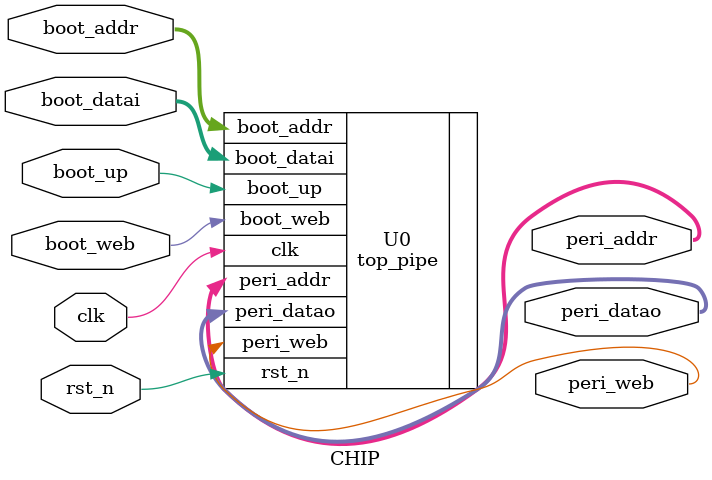
<source format=v>

module CHIP ( clk, rst_n, boot_up, boot_addr, boot_datai, boot_web, 
        peri_web, peri_addr, peri_datao );
  input [7:0] boot_addr;
  input [31:0] boot_datai;
  output [15:0] peri_addr;
  output [15:0] peri_datao;
  input clk, rst_n, boot_up, boot_web;
  output peri_web;

  top_pipe U0(.clk(clk), .rst_n(rst_n), .boot_up(boot_up), 
              .boot_addr(boot_addr), .boot_datai(boot_datai), .boot_web(boot_web), 
              .peri_web(peri_web), .peri_addr(peri_addr), .peri_datao(peri_datao));
  
endmodule

</source>
